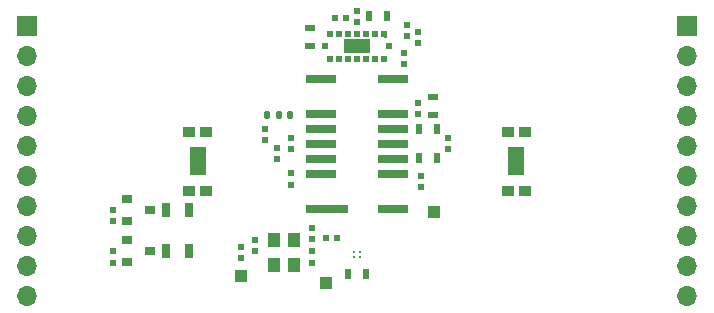
<source format=gbs>
G04 #@! TF.GenerationSoftware,KiCad,Pcbnew,6.0.0-d3dd2cf0fa~116~ubuntu20.04.1*
G04 #@! TF.CreationDate,2022-01-03T21:45:18+01:00*
G04 #@! TF.ProjectId,teebeutel_image_sensor,74656562-6575-4746-956c-5f696d616765,rev?*
G04 #@! TF.SameCoordinates,Original*
G04 #@! TF.FileFunction,Soldermask,Bot*
G04 #@! TF.FilePolarity,Negative*
%FSLAX46Y46*%
G04 Gerber Fmt 4.6, Leading zero omitted, Abs format (unit mm)*
G04 Created by KiCad (PCBNEW 6.0.0-d3dd2cf0fa~116~ubuntu20.04.1) date 2022-01-03 21:45:18*
%MOMM*%
%LPD*%
G01*
G04 APERTURE LIST*
G04 Aperture macros list*
%AMRoundRect*
0 Rectangle with rounded corners*
0 $1 Rounding radius*
0 $2 $3 $4 $5 $6 $7 $8 $9 X,Y pos of 4 corners*
0 Add a 4 corners polygon primitive as box body*
4,1,4,$2,$3,$4,$5,$6,$7,$8,$9,$2,$3,0*
0 Add four circle primitives for the rounded corners*
1,1,$1+$1,$2,$3*
1,1,$1+$1,$4,$5*
1,1,$1+$1,$6,$7*
1,1,$1+$1,$8,$9*
0 Add four rect primitives between the rounded corners*
20,1,$1+$1,$2,$3,$4,$5,0*
20,1,$1+$1,$4,$5,$6,$7,0*
20,1,$1+$1,$6,$7,$8,$9,0*
20,1,$1+$1,$8,$9,$2,$3,0*%
%AMHorizOval*
0 Thick line with rounded ends*
0 $1 width*
0 $2 $3 position (X,Y) of the first rounded end (center of the circle)*
0 $4 $5 position (X,Y) of the second rounded end (center of the circle)*
0 Add line between two ends*
20,1,$1,$2,$3,$4,$5,0*
0 Add two circle primitives to create the rounded ends*
1,1,$1,$2,$3*
1,1,$1,$4,$5*%
%AMFreePoly0*
4,1,7,0.250000,-0.360000,0.010000,-0.360000,0.010000,-0.250000,-0.250000,-0.250000,-0.250000,0.250000,0.250000,0.250000,0.250000,-0.360000,0.250000,-0.360000,$1*%
G04 Aperture macros list end*
%ADD10R,1.700000X1.700000*%
%ADD11O,1.700000X1.700000*%
%ADD12R,0.600000X0.500000*%
%ADD13R,0.600000X0.900000*%
%ADD14R,0.900000X0.600000*%
%ADD15RoundRect,0.147500X0.147500X0.172500X-0.147500X0.172500X-0.147500X-0.172500X0.147500X-0.172500X0*%
%ADD16R,0.500000X0.600000*%
%ADD17R,1.000000X1.000000*%
%ADD18HorizOval,0.180000X-0.021213X-0.021213X0.021213X0.021213X0*%
%ADD19HorizOval,0.180000X-0.021213X0.021213X0.021213X-0.021213X0*%
%ADD20C,0.130000*%
%ADD21R,3.600000X0.800000*%
%ADD22R,2.600000X0.700000*%
%ADD23R,2.640000X0.800000*%
%ADD24FreePoly0,0.000000*%
%ADD25R,0.500000X0.500000*%
%ADD26R,2.316000X1.200000*%
%ADD27R,1.100000X1.300000*%
%ADD28R,1.100000X0.950000*%
%ADD29R,1.400000X2.400000*%
%ADD30R,0.900000X0.800000*%
%ADD31R,0.700000X1.300000*%
G04 APERTURE END LIST*
D10*
X127940000Y-80000000D03*
D11*
X127940000Y-82540000D03*
X127940000Y-85080000D03*
X127940000Y-87620000D03*
X127940000Y-90160000D03*
X127940000Y-92700000D03*
X127940000Y-95240000D03*
X127940000Y-97780000D03*
X127940000Y-100320000D03*
X127940000Y-102860000D03*
D10*
X72060000Y-80000000D03*
D11*
X72060000Y-82540000D03*
X72060000Y-85080000D03*
X72060000Y-87620000D03*
X72060000Y-90160000D03*
X72060000Y-92700000D03*
X72060000Y-95240000D03*
X72060000Y-97780000D03*
X72060000Y-100320000D03*
X72060000Y-102860000D03*
D12*
X91400000Y-99070000D03*
X91400000Y-98130000D03*
X96200000Y-98070000D03*
X96200000Y-97130000D03*
D13*
X100750000Y-101000000D03*
X99250000Y-101000000D03*
X105250000Y-88800000D03*
X106750000Y-88800000D03*
D14*
X96000000Y-81750000D03*
X96000000Y-80250000D03*
D13*
X105250000Y-91200000D03*
X106750000Y-91200000D03*
D12*
X100000000Y-79670000D03*
X100000000Y-78730000D03*
X105400000Y-92730000D03*
X105400000Y-93670000D03*
D13*
X101050000Y-79200000D03*
X102550000Y-79200000D03*
D14*
X106400000Y-87550000D03*
X106400000Y-86050000D03*
D15*
X94360000Y-87600000D03*
X93385000Y-87600000D03*
X92415000Y-87600000D03*
D12*
X90200000Y-98730000D03*
X90200000Y-99670000D03*
X92200000Y-89670000D03*
X92200000Y-88730000D03*
X94400000Y-93470000D03*
X94400000Y-92530000D03*
D16*
X99070000Y-79400000D03*
X98130000Y-79400000D03*
D12*
X105200000Y-81470000D03*
X105200000Y-80530000D03*
X93200000Y-90330000D03*
X93200000Y-91270000D03*
D16*
X97330000Y-98000000D03*
X98270000Y-98000000D03*
D12*
X104000000Y-83270000D03*
X104000000Y-82330000D03*
X104200000Y-79930000D03*
X104200000Y-80870000D03*
X94400000Y-90470000D03*
X94400000Y-89530000D03*
X107700000Y-89530000D03*
X107700000Y-90470000D03*
X96200000Y-99130000D03*
X96200000Y-100070000D03*
D17*
X97400000Y-101800000D03*
X106500000Y-95800000D03*
X90200000Y-101200000D03*
D18*
X99780000Y-99620000D03*
D19*
X100220000Y-99620000D03*
X99780000Y-99180000D03*
D18*
X100220000Y-99180000D03*
D20*
X99875000Y-98125000D03*
X100125000Y-98125000D03*
X99875000Y-97875000D03*
X100125000Y-97875000D03*
D21*
X97450000Y-95500000D03*
D22*
X96950000Y-92540000D03*
X96950000Y-91270000D03*
X96950000Y-90000000D03*
X96950000Y-88730000D03*
X96950000Y-87460000D03*
D23*
X96950000Y-84500000D03*
X103050000Y-84500000D03*
D22*
X103050000Y-87460000D03*
X103050000Y-88730000D03*
X103050000Y-90000000D03*
X103050000Y-91270000D03*
X103050000Y-92573000D03*
D23*
X103030000Y-95500000D03*
D24*
X102300000Y-80690000D03*
D25*
X101550000Y-80690000D03*
X100750000Y-80690000D03*
X100000000Y-80690000D03*
X99250000Y-80690000D03*
X98450000Y-80690000D03*
X97700000Y-80690000D03*
X102710000Y-81750000D03*
D26*
X100000000Y-81750000D03*
D25*
X97300000Y-81750000D03*
X102300000Y-82810000D03*
X101550000Y-82810000D03*
X100750000Y-82810000D03*
X100000000Y-82810000D03*
X99250000Y-82810000D03*
X98450000Y-82810000D03*
X97700000Y-82810000D03*
D27*
X92975000Y-100250000D03*
X92975000Y-98150000D03*
X94625000Y-98150000D03*
X94625000Y-100250000D03*
D12*
X105200000Y-87470000D03*
X105200000Y-86530000D03*
D28*
X87250000Y-94025000D03*
X85750000Y-88975000D03*
D29*
X86500000Y-91500000D03*
D28*
X85750000Y-94025000D03*
X87250000Y-88975000D03*
X114250000Y-94025000D03*
X112750000Y-88975000D03*
D29*
X113500000Y-91500000D03*
D28*
X112750000Y-94025000D03*
X114250000Y-88975000D03*
D30*
X80500000Y-100050000D03*
X80500000Y-98150000D03*
X82500000Y-99100000D03*
X80500000Y-96550000D03*
X80500000Y-94650000D03*
X82500000Y-95600000D03*
D12*
X79300000Y-100070000D03*
X79300000Y-99130000D03*
X79300000Y-96570000D03*
X79300000Y-95630000D03*
D31*
X85750000Y-99100000D03*
X83850000Y-99100000D03*
X85750000Y-95600000D03*
X83850000Y-95600000D03*
M02*

</source>
